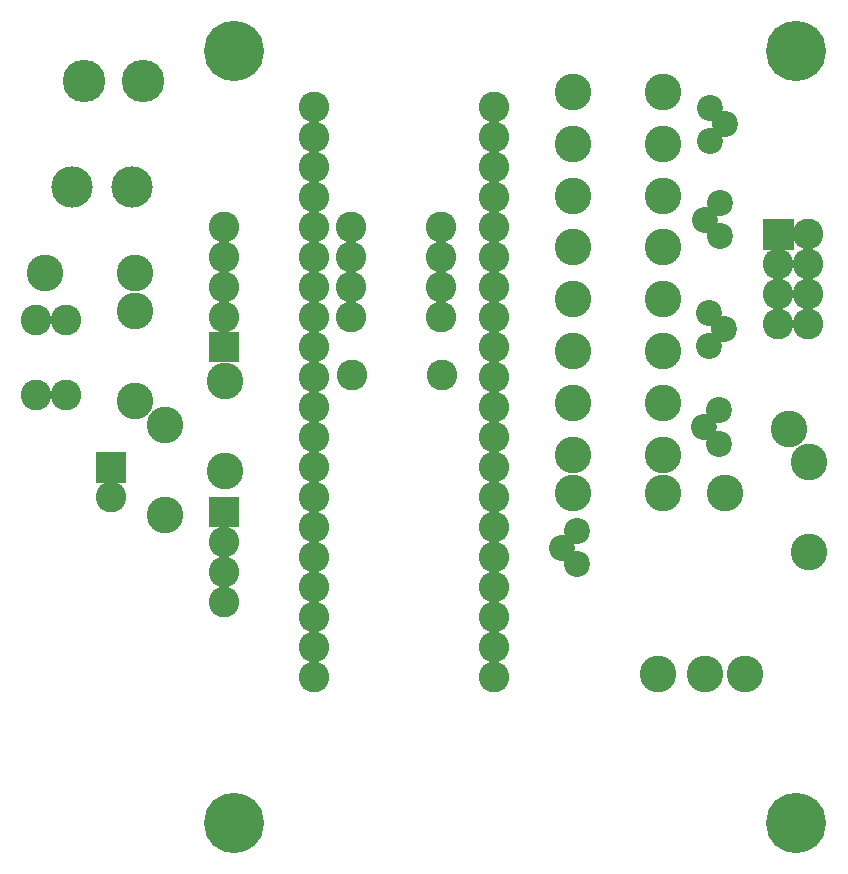
<source format=gbr>
%FSLAX34Y34*%
%MOMM*%
%LNSOLDERMASK_BOTTOM*%
G71*
G01*
%ADD10C, 2.600*%
%ADD11C, 3.100*%
%ADD12C, 2.600*%
%ADD13C, 2.200*%
%ADD14C, 5.100*%
%ADD15C, 3.600*%
%ADD16C, 3.500*%
%LPD*%
X274787Y415473D02*
G54D10*
D03*
X274787Y440873D02*
G54D10*
D03*
X274787Y466273D02*
G54D10*
D03*
X274787Y491673D02*
G54D10*
D03*
X274787Y517073D02*
G54D10*
D03*
X274787Y542473D02*
G54D10*
D03*
X274787Y567873D02*
G54D10*
D03*
X274787Y593273D02*
G54D10*
D03*
X274787Y618673D02*
G54D10*
D03*
X274787Y644073D02*
G54D10*
D03*
X274787Y669473D02*
G54D10*
D03*
X274787Y694873D02*
G54D10*
D03*
X274787Y720273D02*
G54D10*
D03*
X274787Y745673D02*
G54D10*
D03*
X274787Y771073D02*
G54D10*
D03*
X274787Y796473D02*
G54D10*
D03*
X274787Y821873D02*
G54D10*
D03*
X274787Y847273D02*
G54D10*
D03*
X274787Y872673D02*
G54D10*
D03*
X274787Y898073D02*
G54D10*
D03*
X427187Y415473D02*
G54D10*
D03*
X427187Y440873D02*
G54D10*
D03*
X427187Y466273D02*
G54D10*
D03*
X427187Y491673D02*
G54D10*
D03*
X427187Y517073D02*
G54D10*
D03*
X427187Y542473D02*
G54D10*
D03*
X427187Y567873D02*
G54D10*
D03*
X427187Y593273D02*
G54D10*
D03*
X427187Y618673D02*
G54D10*
D03*
X427187Y644073D02*
G54D10*
D03*
X427187Y669473D02*
G54D10*
D03*
X427187Y694873D02*
G54D10*
D03*
X427187Y720273D02*
G54D10*
D03*
X427187Y745673D02*
G54D10*
D03*
X427187Y771073D02*
G54D10*
D03*
X427187Y796473D02*
G54D10*
D03*
X427187Y821873D02*
G54D10*
D03*
X427187Y847273D02*
G54D10*
D03*
X427187Y872673D02*
G54D10*
D03*
X427187Y898073D02*
G54D10*
D03*
X123486Y757097D02*
G54D11*
D03*
X47286Y757097D02*
G54D11*
D03*
X123486Y725347D02*
G54D11*
D03*
X123486Y649147D02*
G54D11*
D03*
X494125Y911025D02*
G54D11*
D03*
X570325Y911025D02*
G54D11*
D03*
X570325Y571275D02*
G54D11*
D03*
X494125Y571275D02*
G54D11*
D03*
X622896Y571171D02*
G54D11*
D03*
X676778Y625053D02*
G54D11*
D03*
X694368Y596978D02*
G54D11*
D03*
X694368Y520778D02*
G54D11*
D03*
X199197Y589664D02*
G54D11*
D03*
X199197Y665864D02*
G54D11*
D03*
X382737Y796473D02*
G54D12*
D03*
X306537Y796473D02*
G54D12*
D03*
X148338Y629032D02*
G54D11*
D03*
X148338Y552832D02*
G54D11*
D03*
X307350Y670875D02*
G54D12*
D03*
X383550Y670875D02*
G54D12*
D03*
X64543Y717207D02*
G54D12*
D03*
X39143Y717207D02*
G54D12*
D03*
X64543Y653707D02*
G54D12*
D03*
X39143Y653707D02*
G54D12*
D03*
X609897Y897492D02*
G54D13*
D03*
X622598Y883492D02*
G54D13*
D03*
X609898Y869492D02*
G54D13*
D03*
X618241Y788444D02*
G54D13*
D03*
X605541Y802443D02*
G54D13*
D03*
X618241Y816444D02*
G54D13*
D03*
X609721Y723789D02*
G54D13*
D03*
X622421Y709788D02*
G54D13*
D03*
X609722Y695788D02*
G54D13*
D03*
X618028Y613048D02*
G54D13*
D03*
X605328Y627048D02*
G54D13*
D03*
X618028Y641048D02*
G54D13*
D03*
X497689Y510933D02*
G54D13*
D03*
X484989Y524933D02*
G54D13*
D03*
X497689Y538933D02*
G54D13*
D03*
X606164Y418246D02*
G54D11*
D03*
X639935Y418246D02*
G54D11*
D03*
X566164Y418246D02*
G54D11*
D03*
X683050Y945750D02*
G54D14*
D03*
X206800Y945750D02*
G54D14*
D03*
X206800Y291700D02*
G54D14*
D03*
X683050Y291700D02*
G54D14*
D03*
X80000Y920000D02*
G54D15*
D03*
X130000Y920000D02*
G54D15*
D03*
X70000Y830000D02*
G54D16*
D03*
X120800Y830000D02*
G54D16*
D03*
G36*
X185587Y681873D02*
X185587Y707873D01*
X211587Y707873D01*
X211587Y681873D01*
X185587Y681873D01*
G37*
X198587Y720273D02*
G54D12*
D03*
X198587Y745673D02*
G54D12*
D03*
X198587Y771073D02*
G54D12*
D03*
X198587Y796473D02*
G54D12*
D03*
G36*
X116120Y605801D02*
X116120Y579801D01*
X90120Y579801D01*
X90120Y605801D01*
X116120Y605801D01*
G37*
X103120Y567401D02*
G54D12*
D03*
G36*
X211587Y568173D02*
X211587Y542173D01*
X185587Y542173D01*
X185587Y568173D01*
X211587Y568173D01*
G37*
X198587Y529773D02*
G54D12*
D03*
X198587Y504373D02*
G54D12*
D03*
X198587Y478973D02*
G54D12*
D03*
G36*
X681098Y803049D02*
X681098Y777049D01*
X655098Y777049D01*
X655098Y803049D01*
X681098Y803049D01*
G37*
X693498Y790049D02*
G54D12*
D03*
X668098Y764649D02*
G54D12*
D03*
X693498Y764649D02*
G54D12*
D03*
X668098Y739250D02*
G54D12*
D03*
X693498Y739249D02*
G54D12*
D03*
X668098Y713849D02*
G54D12*
D03*
X693498Y713849D02*
G54D12*
D03*
X494125Y867025D02*
G54D11*
D03*
X570325Y867025D02*
G54D11*
D03*
X494125Y823025D02*
G54D11*
D03*
X570325Y823025D02*
G54D11*
D03*
X494125Y779025D02*
G54D11*
D03*
X570325Y779025D02*
G54D11*
D03*
X494125Y735025D02*
G54D11*
D03*
X570325Y735025D02*
G54D11*
D03*
X494125Y691025D02*
G54D11*
D03*
X570325Y691025D02*
G54D11*
D03*
X494125Y647025D02*
G54D11*
D03*
X570325Y647025D02*
G54D11*
D03*
X494125Y603025D02*
G54D11*
D03*
X570325Y603025D02*
G54D11*
D03*
X382737Y771073D02*
G54D12*
D03*
X306537Y771073D02*
G54D12*
D03*
X382737Y745673D02*
G54D12*
D03*
X306537Y745673D02*
G54D12*
D03*
X382737Y720273D02*
G54D12*
D03*
X306537Y720273D02*
G54D12*
D03*
M02*

</source>
